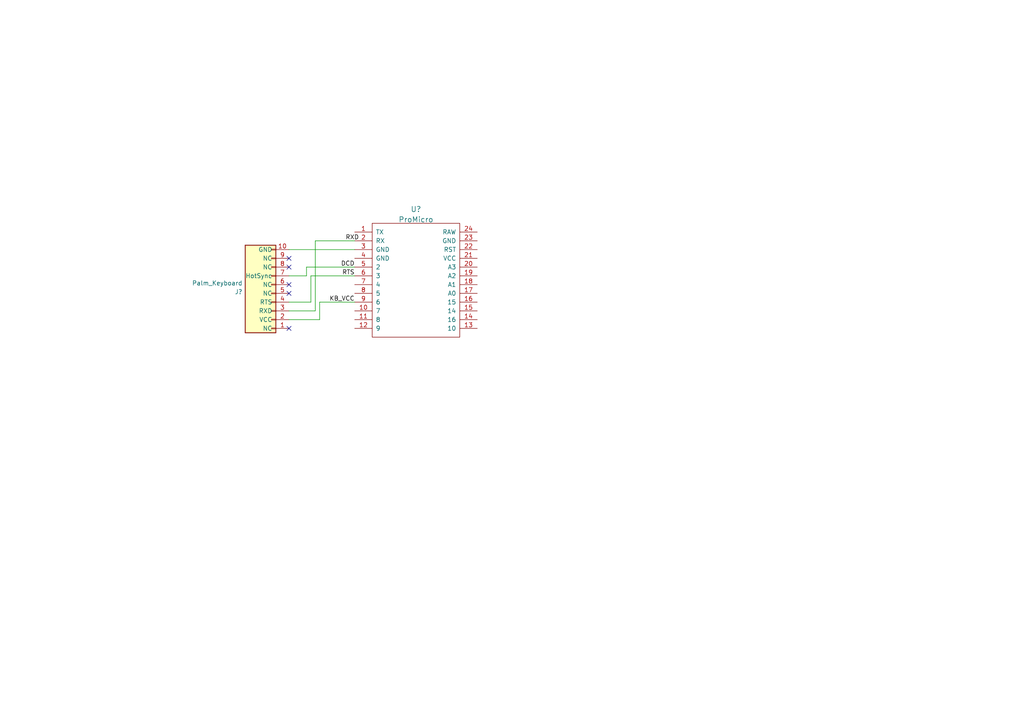
<source format=kicad_sch>
(kicad_sch (version 20211123) (generator eeschema)
  (paper "A4")
  (lib_symbols
    (symbol "MyLibrary:Palm_Keyboard" (pin_names (offset 1.016))
      (property "Reference" "J?" (at 1.27 12.7 0))
      (property "Value" "Palm_Keyboard" (at -3.81 -15.24 0))
      (symbol "Palm_Keyboard_1_1"
        (rectangle (start -1.27 -12.573) (end 0 -12.827) (stroke (width 0.1524)))
        (rectangle (start -1.27 -10.033) (end 0 -10.287) (stroke (width 0.1524)))
        (rectangle (start -1.27 -7.493) (end 0 -7.747) (stroke (width 0.1524)))
        (rectangle (start -1.27 -4.953) (end 0 -5.207) (stroke (width 0.1524)))
        (rectangle (start -1.27 -2.413) (end 0 -2.667) (stroke (width 0.1524)))
        (rectangle (start -1.27 0.127) (end 0 -0.127) (stroke (width 0.1524)))
        (rectangle (start -1.27 2.667) (end 0 2.413) (stroke (width 0.1524)))
        (rectangle (start -1.27 5.207) (end 0 4.953) (stroke (width 0.1524)))
        (rectangle (start -1.27 7.747) (end 0 7.493) (stroke (width 0.1524)))
        (rectangle (start -1.27 10.287) (end 0 10.033) (stroke (width 0.1524)))
        (rectangle (start -1.27 11.43) (end 7.62 -13.97) (stroke (width 0.254)) (fill (type background)))
        (pin passive line (at -5.08 10.16 0) (length 3.81) (name "NC") (number "1"))
        (pin passive line (at -5.08 -12.7 0) (length 3.81) (name "GND") (number "10"))
        (pin passive line (at -5.08 7.62 0) (length 3.81) (name "VCC") (number "2"))
        (pin passive line (at -5.08 5.08 0) (length 3.81) (name "RXD") (number "3"))
        (pin passive line (at -5.08 2.54 0) (length 3.81) (name "RTS") (number "4"))
        (pin passive line (at -5.08 0 0) (length 3.81) (name "NC") (number "5"))
        (pin passive line (at -5.08 -2.54 0) (length 3.81) (name "NC") (number "6"))
        (pin passive line (at -5.08 -5.08 0) (length 3.81) (name "HotSync") (number "7"))
        (pin passive line (at -5.08 -7.62 0) (length 3.81) (name "NC") (number "8"))
        (pin passive line (at -5.08 -10.16 0) (length 3.81) (name "NC") (number "9"))
      )
    )
    (symbol "MyLibrary:ProMicro" (pin_names (offset 1.016))
      (property "Reference" "U" (at 0 24.13 0))
      (property "Value" "ProMicro" (at 0 -13.97 0))
      (symbol "ProMicro_0_1"
        (rectangle (start -12.7 21.59) (end 12.7 -11.43))
      )
      (symbol "ProMicro_1_1"
        (pin bidirectional line (at -17.78 19.05 0) (length 5.08) (name "TX") (number "1"))
        (pin bidirectional line (at -17.78 -3.81 0) (length 5.08) (name "7") (number "10"))
        (pin bidirectional line (at -17.78 -6.35 0) (length 5.08) (name "8") (number "11"))
        (pin bidirectional line (at -17.78 -8.89 0) (length 5.08) (name "9") (number "12"))
        (pin bidirectional line (at 17.78 -8.89 180) (length 5.08) (name "10") (number "13"))
        (pin bidirectional line (at 17.78 -6.35 180) (length 5.08) (name "16") (number "14"))
        (pin bidirectional line (at 17.78 -3.81 180) (length 5.08) (name "14") (number "15"))
        (pin bidirectional line (at 17.78 -1.27 180) (length 5.08) (name "15") (number "16"))
        (pin bidirectional line (at 17.78 1.27 180) (length 5.08) (name "A0") (number "17"))
        (pin bidirectional line (at 17.78 3.81 180) (length 5.08) (name "A1") (number "18"))
        (pin bidirectional line (at 17.78 6.35 180) (length 5.08) (name "A2") (number "19"))
        (pin bidirectional line (at -17.78 16.51 0) (length 5.08) (name "RX") (number "2"))
        (pin bidirectional line (at 17.78 8.89 180) (length 5.08) (name "A3") (number "20"))
        (pin power_in line (at 17.78 11.43 180) (length 5.08) (name "VCC") (number "21"))
        (pin input line (at 17.78 13.97 180) (length 5.08) (name "RST") (number "22"))
        (pin power_in line (at 17.78 16.51 180) (length 5.08) (name "GND") (number "23"))
        (pin power_out line (at 17.78 19.05 180) (length 5.08) (name "RAW") (number "24"))
        (pin power_in line (at -17.78 13.97 0) (length 5.08) (name "GND") (number "3"))
        (pin power_in line (at -17.78 11.43 0) (length 5.08) (name "GND") (number "4"))
        (pin bidirectional line (at -17.78 8.89 0) (length 5.08) (name "2") (number "5"))
        (pin bidirectional line (at -17.78 6.35 0) (length 5.08) (name "3") (number "6"))
        (pin bidirectional line (at -17.78 3.81 0) (length 5.08) (name "4") (number "7"))
        (pin bidirectional line (at -17.78 1.27 0) (length 5.08) (name "5") (number "8"))
        (pin bidirectional line (at -17.78 -1.27 0) (length 5.08) (name "6") (number "9"))
      )
    )
  )
  (no_connect (at 83.82 95.25))
  (no_connect (at 83.82 77.47))
  (no_connect (at 83.82 74.93))
  (no_connect (at 83.82 82.55))
  (no_connect (at 83.82 85.09))
  (wire (pts (xy 91.44 69.85) (xy 91.44 90.17)))
  (wire (pts (xy 88.9 80.01) (xy 88.9 77.47)))
  (wire (pts (xy 91.44 69.85) (xy 102.87 69.85)))
  (wire (pts (xy 83.82 72.39) (xy 102.87 72.39)))
  (wire (pts (xy 92.71 87.63) (xy 92.71 92.71)))
  (wire (pts (xy 83.82 80.01) (xy 88.9 80.01)))
  (wire (pts (xy 88.9 77.47) (xy 102.87 77.47)))
  (wire (pts (xy 90.17 80.01) (xy 90.17 87.63)))
  (wire (pts (xy 102.87 80.01) (xy 90.17 80.01)))
  (wire (pts (xy 102.87 87.63) (xy 92.71 87.63)))
  (wire (pts (xy 92.71 92.71) (xy 83.82 92.71)))
  (wire (pts (xy 90.17 87.63) (xy 83.82 87.63)))
  (wire (pts (xy 83.82 90.17) (xy 91.44 90.17)))
  (label "DCD" (at 102.87 77.47 180))
  (label "KB_VCC" (at 102.87 87.63 180))
  (label "RXD" (at 104.14 69.85 180))
  (label "RTS" (at 102.87 80.01 180))
  (symbol (lib_id "MyLibrary:Palm_Keyboard") (at 78.74 85.09 180) (unit 1)
    (property "Reference" "J?" (at 70.358 84.6547 0) (effects (justify left)))
    (property "Value" "Palm_Keyboard" (at 70.358 82.1178 0) (effects (justify left)))
  )
  (symbol (lib_id "MyLibrary:ProMicro") (at 120.65 86.36 0) (unit 1)
    (property "Reference" "U?" (at 120.65 60.6859 0) (effects (font (size 1.524 1.524))))
    (property "Value" "ProMicro" (at 120.65 63.6793 0) (effects (font (size 1.524 1.524))))
  )
)
</source>
